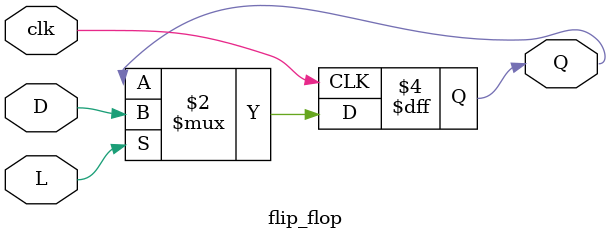
<source format=sv>
module flip_flop (
    input logic clk,
    input logic L,
    input logic D,
    output logic Q
);

    always_ff @(posedge clk) begin
        if (L)
            Q <= D;
    end

endmodule
</source>
